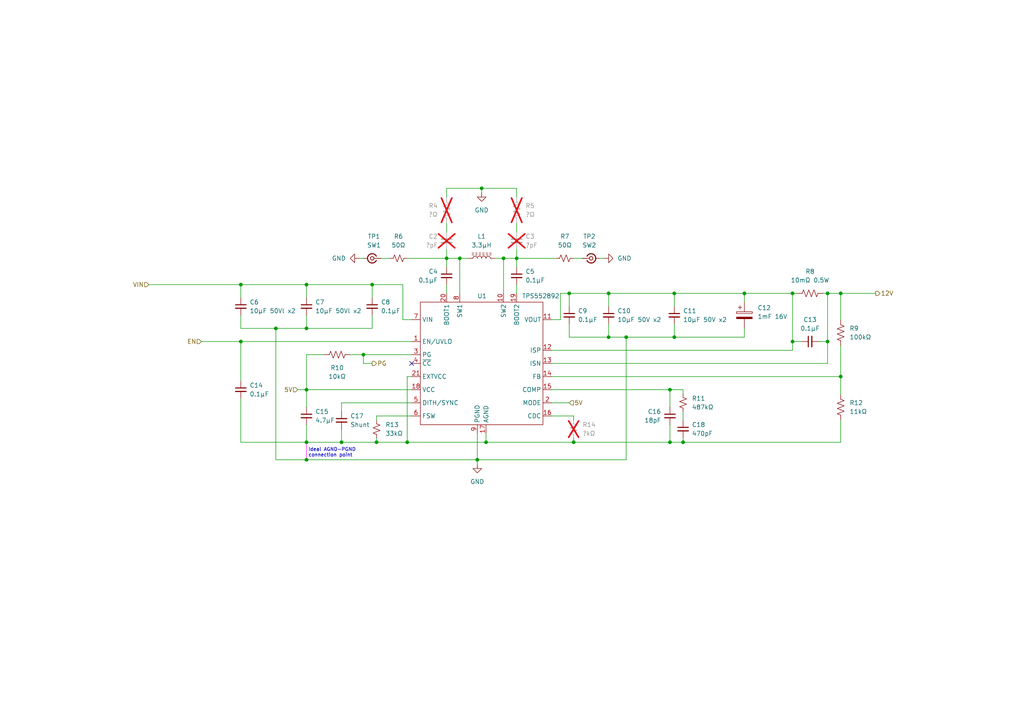
<source format=kicad_sch>
(kicad_sch (version 20231120) (generator "eeschema") (generator_version "8.0")
  (paper "A4")
  (lib_symbols
    (symbol "BW_Active:TPS552892"
      (property "Reference" "U" (at 0 19.304 0))
      (property "Value" "TPS552892" (at 17.272 19.304 0))
      (symbol "TPS552892_0_0"
        (pin input line (at -20.32 6.35 0) (length 2.54) (name "EN/UVLO") (number "1"))
        (pin passive line (at 6.35 20.32 270) (length 2.54) (name "SW2") (number "10"))
        (pin power_out line (at 20.32 12.7 180) (length 2.54) (name "VOUT") (number "11"))
        (pin input line (at 20.32 3.81 180) (length 2.54) (name "ISP") (number "12"))
        (pin input line (at 20.32 0 180) (length 2.54) (name "ISN") (number "13"))
        (pin input line (at 20.32 -3.81 180) (length 2.54) (name "FB") (number "14"))
        (pin output line (at 20.32 -7.62 180) (length 2.54) (name "COMP") (number "15"))
        (pin output line (at 20.32 -15.24 180) (length 2.54) (name "CDC") (number "16"))
        (pin passive line (at 1.27 -20.32 90) (length 2.54) (name "AGND") (number "17"))
        (pin output line (at -20.32 -7.62 0) (length 2.54) (name "VCC") (number "18"))
        (pin passive line (at 10.16 20.32 270) (length 2.54) (name "BOOT2") (number "19"))
        (pin input line (at 20.32 -11.43 180) (length 2.54) (name "MODE") (number "2"))
        (pin passive line (at -10.16 20.32 270) (length 2.54) (name "BOOT1") (number "20"))
        (pin input line (at -20.32 -3.81 0) (length 2.54) (name "EXTVCC") (number "21"))
        (pin open_collector line (at -20.32 2.54 0) (length 2.54) (name "PG") (number "3"))
        (pin open_collector line (at -20.32 0 0) (length 2.54) (name "~{CC}") (number "4"))
        (pin passive line (at -20.32 -11.43 0) (length 2.54) (name "DITH/SYNC") (number "5"))
        (pin input line (at -20.32 -15.24 0) (length 2.54) (name "FSW") (number "6"))
        (pin power_in line (at -20.32 12.7 0) (length 2.54) (name "VIN") (number "7"))
        (pin passive line (at -6.35 20.32 270) (length 2.54) (name "SW1") (number "8"))
        (pin power_in line (at -1.27 -20.32 90) (length 2.54) (name "PGND") (number "9"))
      )
      (symbol "TPS552892_0_1"
        (rectangle (start -17.78 17.78) (end 17.78 -17.78))
      )
    )
    (symbol "Connector:Conn_Coaxial_Small" (pin_numbers hide) (pin_names (offset 1.016) hide)
      (property "Reference" "J" (at 0.254 3.048 0))
      (property "Value" "Conn_Coaxial_Small" (at 0 -3.81 0))
      (symbol "Conn_Coaxial_Small_0_1"
        (polyline (pts (xy -2.54 0) (xy -0.508 0)))
        (circle (center 0 0) (radius 0.508) (stroke (width 0.2032)))
      )
      (symbol "Conn_Coaxial_Small_1_1"
        (arc (start -1.1916 -0.6311) (mid 0.327 -1.3081) (end 1.3484 0.0039) (stroke (width 0.3048)))
        (arc (start 1.3484 -0.0039) (mid 0.327 1.3081) (end -1.1916 0.6311) (stroke (width 0.3048)))
        (pin passive line (at -2.54 0 0) (length 1.27) (name "In") (number "1"))
        (pin passive line (at 2.54 0 180) (length 1.27) (name "Ext") (number "2"))
      )
    )
    (symbol "Device:C_Polarized" (pin_numbers hide) (pin_names (offset 0.254))
      (property "Reference" "C" (at 0.635 2.54 0))
      (property "Value" "C_Polarized" (at 0.635 -2.54 0))
      (symbol "C_Polarized_0_1"
        (rectangle (start -2.286 0.508) (end 2.286 1.016))
        (polyline (pts (xy -1.778 2.286) (xy -0.762 2.286)))
        (polyline (pts (xy -1.27 2.794) (xy -1.27 1.778)))
        (rectangle (start 2.286 -0.508) (end -2.286 -1.016) (fill (type outline)))
      )
      (symbol "C_Polarized_1_1"
        (pin passive line (at 0 3.81 270) (length 2.794) (name "~") (number "1"))
        (pin passive line (at 0 -3.81 90) (length 2.794) (name "~") (number "2"))
      )
    )
    (symbol "Device:C_Small" (pin_numbers hide) (pin_names (offset 0.254) hide)
      (property "Reference" "C" (at 0.254 1.778 0))
      (property "Value" "C_Small" (at 0.254 -2.032 0))
      (symbol "C_Small_0_1"
        (polyline (pts (xy -1.524 -0.508) (xy 1.524 -0.508)) (stroke (width 0.3302)))
        (polyline (pts (xy -1.524 0.508) (xy 1.524 0.508)) (stroke (width 0.3048)))
      )
      (symbol "C_Small_1_1"
        (pin passive line (at 0 2.54 270) (length 2.032) (name "~") (number "1"))
        (pin passive line (at 0 -2.54 90) (length 2.032) (name "~") (number "2"))
      )
    )
    (symbol "Device:L_Ferrite" (pin_numbers hide) (pin_names (offset 1.016) hide)
      (property "Reference" "L" (at -1.27 0 90))
      (property "Value" "L_Ferrite" (at 2.794 0 90))
      (symbol "L_Ferrite_0_1"
        (arc (start 0 -2.54) (mid 0.6323 -1.905) (end 0 -1.27))
        (arc (start 0 -1.27) (mid 0.6323 -0.635) (end 0 0))
        (polyline (pts (xy 1.016 -2.794) (xy 1.016 -2.286)))
        (polyline (pts (xy 1.016 -1.778) (xy 1.016 -1.27)))
        (polyline (pts (xy 1.016 -0.762) (xy 1.016 -0.254)))
        (polyline (pts (xy 1.016 0.254) (xy 1.016 0.762)))
        (polyline (pts (xy 1.016 1.27) (xy 1.016 1.778)))
        (polyline (pts (xy 1.016 2.286) (xy 1.016 2.794)))
        (polyline (pts (xy 1.524 -2.286) (xy 1.524 -2.794)))
        (polyline (pts (xy 1.524 -1.27) (xy 1.524 -1.778)))
        (polyline (pts (xy 1.524 -0.254) (xy 1.524 -0.762)))
        (polyline (pts (xy 1.524 0.762) (xy 1.524 0.254)))
        (polyline (pts (xy 1.524 1.778) (xy 1.524 1.27)))
        (polyline (pts (xy 1.524 2.794) (xy 1.524 2.286)))
        (arc (start 0 0) (mid 0.6323 0.635) (end 0 1.27))
        (arc (start 0 1.27) (mid 0.6323 1.905) (end 0 2.54))
      )
      (symbol "L_Ferrite_1_1"
        (pin passive line (at 0 3.81 270) (length 1.27) (name "1") (number "1"))
        (pin passive line (at 0 -3.81 90) (length 1.27) (name "2") (number "2"))
      )
    )
    (symbol "Device:R_Small_US" (pin_numbers hide) (pin_names (offset 0.254) hide)
      (property "Reference" "R" (at 0.762 0.508 0))
      (property "Value" "R_Small_US" (at 0.762 -1.016 0))
      (symbol "R_Small_US_1_1"
        (polyline (pts (xy 0 0) (xy 1.016 -0.381) (xy 0 -0.762) (xy -1.016 -1.143) (xy 0 -1.524)))
        (polyline (pts (xy 0 1.524) (xy 1.016 1.143) (xy 0 0.762) (xy -1.016 0.381) (xy 0 0)))
        (pin passive line (at 0 2.54 270) (length 1.016) (name "~") (number "1"))
        (pin passive line (at 0 -2.54 90) (length 1.016) (name "~") (number "2"))
      )
    )
    (symbol "Device:R_US" (pin_numbers hide) (pin_names (offset 0))
      (property "Reference" "R" (at 2.54 0 90))
      (property "Value" "R_US" (at -2.54 0 90))
      (symbol "R_US_0_1"
        (polyline (pts (xy 0 -2.286) (xy 0 -2.54)))
        (polyline (pts (xy 0 2.286) (xy 0 2.54)))
        (polyline (pts (xy 0 -0.762) (xy 1.016 -1.143) (xy 0 -1.524) (xy -1.016 -1.905) (xy 0 -2.286)))
        (polyline (pts (xy 0 0.762) (xy 1.016 0.381) (xy 0 0) (xy -1.016 -0.381) (xy 0 -0.762)))
        (polyline (pts (xy 0 2.286) (xy 1.016 1.905) (xy 0 1.524) (xy -1.016 1.143) (xy 0 0.762)))
      )
      (symbol "R_US_1_1"
        (pin passive line (at 0 3.81 270) (length 1.27) (name "~") (number "1"))
        (pin passive line (at 0 -3.81 90) (length 1.27) (name "~") (number "2"))
      )
    )
    (symbol "power:GND" (power) (pin_numbers hide) (pin_names (offset 0) hide)
      (property "Value" "GND" (at 0 -3.81 0))
      (symbol "GND_0_1"
        (polyline (pts (xy 0 0) (xy 0 -1.27) (xy 1.27 -1.27) (xy 0 -2.54) (xy -1.27 -1.27) (xy 0 -1.27)))
      )
      (symbol "GND_1_1"
        (pin power_in line (at 0 0 270) (length 0) (name "~") (number "1"))
      )
    )
  )
  (junction (at 80.01 95.25))
  (junction (at 146.05 74.93))
  (junction (at 129.54 74.93))
  (junction (at 195.58 97.79))
  (junction (at 118.11 128.27))
  (junction (at 107.95 82.55))
  (junction (at 240.03 85.09))
  (junction (at 69.85 82.55))
  (junction (at 88.9 82.55))
  (junction (at 105.41 102.87))
  (junction (at 138.43 133.35))
  (junction (at 194.31 128.27))
  (junction (at 215.9 85.09))
  (junction (at 140.97 128.27))
  (junction (at 229.87 85.09))
  (junction (at 139.7 54.61))
  (junction (at 176.53 85.09))
  (junction (at 99.06 128.27))
  (junction (at 195.58 85.09))
  (junction (at 243.84 109.22))
  (junction (at 88.9 95.25))
  (junction (at 88.9 128.27))
  (junction (at 149.86 74.93))
  (junction (at 165.1 85.09))
  (junction (at 109.22 128.27))
  (junction (at 240.03 99.06))
  (junction (at 88.9 113.03))
  (junction (at 198.12 128.27))
  (junction (at 166.37 128.27))
  (junction (at 181.61 97.79))
  (junction (at 243.84 85.09))
  (junction (at 176.53 97.79))
  (junction (at 194.31 113.03))
  (junction (at 69.85 99.06))
  (junction (at 229.87 99.06))
  (junction (at 88.9 133.35))
  (junction (at 133.35 74.93))
  (no_connect (at 119.38 105.41))
  (wire (pts (xy 88.9 82.55) (xy 88.9 86.36)))
  (wire (pts (xy 215.9 95.25) (xy 215.9 97.79)))
  (wire (pts (xy 88.9 128.27) (xy 88.9 133.35)) (stroke (width 0) (color 255 0 255 1)))
  (wire (pts (xy 88.9 118.11) (xy 88.9 113.03)))
  (wire (pts (xy 58.42 99.06) (xy 69.85 99.06)))
  (wire (pts (xy 107.95 105.41) (xy 105.41 105.41)))
  (wire (pts (xy 140.97 128.27) (xy 166.37 128.27)))
  (wire (pts (xy 160.02 101.6) (xy 229.87 101.6)))
  (wire (pts (xy 88.9 95.25) (xy 80.01 95.25)))
  (wire (pts (xy 198.12 119.38) (xy 198.12 121.92)))
  (wire (pts (xy 129.54 72.39) (xy 129.54 74.93)))
  (wire (pts (xy 162.56 92.71) (xy 160.02 92.71)))
  (wire (pts (xy 243.84 85.09) (xy 254 85.09)))
  (wire (pts (xy 116.84 92.71) (xy 119.38 92.71)))
  (wire (pts (xy 99.06 128.27) (xy 109.22 128.27)))
  (wire (pts (xy 69.85 91.44) (xy 69.85 95.25)))
  (wire (pts (xy 109.22 127) (xy 109.22 128.27)))
  (wire (pts (xy 138.43 133.35) (xy 181.61 133.35)))
  (wire (pts (xy 176.53 93.98) (xy 176.53 97.79)))
  (wire (pts (xy 133.35 74.93) (xy 135.89 74.93)))
  (wire (pts (xy 109.22 121.92) (xy 109.22 120.65)))
  (wire (pts (xy 166.37 74.93) (xy 168.91 74.93)))
  (wire (pts (xy 119.38 109.22) (xy 118.11 109.22)))
  (wire (pts (xy 149.86 74.93) (xy 161.29 74.93)))
  (wire (pts (xy 173.99 74.93) (xy 175.26 74.93)))
  (wire (pts (xy 195.58 85.09) (xy 195.58 88.9)))
  (wire (pts (xy 129.54 82.55) (xy 129.54 85.09)))
  (wire (pts (xy 165.1 85.09) (xy 165.1 88.9)))
  (wire (pts (xy 101.6 102.87) (xy 105.41 102.87)))
  (wire (pts (xy 80.01 95.25) (xy 80.01 133.35)))
  (wire (pts (xy 149.86 64.77) (xy 149.86 67.31)))
  (wire (pts (xy 198.12 127) (xy 198.12 128.27)))
  (wire (pts (xy 176.53 97.79) (xy 165.1 97.79)))
  (wire (pts (xy 43.18 82.55) (xy 69.85 82.55)))
  (wire (pts (xy 166.37 121.92) (xy 166.37 120.65)))
  (wire (pts (xy 129.54 77.47) (xy 129.54 74.93)))
  (wire (pts (xy 80.01 133.35) (xy 88.9 133.35)))
  (wire (pts (xy 93.98 102.87) (xy 88.9 102.87)))
  (wire (pts (xy 88.9 123.19) (xy 88.9 128.27)))
  (wire (pts (xy 107.95 82.55) (xy 116.84 82.55)))
  (wire (pts (xy 116.84 82.55) (xy 116.84 92.71)))
  (wire (pts (xy 215.9 85.09) (xy 229.87 85.09)))
  (wire (pts (xy 69.85 95.25) (xy 80.01 95.25)))
  (wire (pts (xy 198.12 128.27) (xy 243.84 128.27)))
  (wire (pts (xy 129.54 74.93) (xy 133.35 74.93)))
  (wire (pts (xy 181.61 97.79) (xy 176.53 97.79)))
  (wire (pts (xy 160.02 116.84) (xy 165.1 116.84)))
  (wire (pts (xy 195.58 93.98) (xy 195.58 97.79)))
  (wire (pts (xy 243.84 128.27) (xy 243.84 121.92)))
  (wire (pts (xy 181.61 133.35) (xy 181.61 97.79)))
  (wire (pts (xy 118.11 109.22) (xy 118.11 128.27)))
  (wire (pts (xy 143.51 74.93) (xy 146.05 74.93)))
  (wire (pts (xy 109.22 128.27) (xy 118.11 128.27)))
  (wire (pts (xy 69.85 82.55) (xy 69.85 86.36)))
  (wire (pts (xy 165.1 85.09) (xy 176.53 85.09)))
  (wire (pts (xy 133.35 74.93) (xy 133.35 85.09)))
  (wire (pts (xy 99.06 124.46) (xy 99.06 128.27)))
  (wire (pts (xy 88.9 133.35) (xy 138.43 133.35)))
  (wire (pts (xy 166.37 127) (xy 166.37 128.27)))
  (wire (pts (xy 194.31 123.19) (xy 194.31 128.27)))
  (wire (pts (xy 129.54 64.77) (xy 129.54 67.31)))
  (wire (pts (xy 176.53 85.09) (xy 176.53 88.9)))
  (wire (pts (xy 129.54 57.15) (xy 129.54 54.61)))
  (wire (pts (xy 160.02 113.03) (xy 194.31 113.03)))
  (wire (pts (xy 243.84 100.33) (xy 243.84 109.22)))
  (wire (pts (xy 88.9 128.27) (xy 99.06 128.27)))
  (wire (pts (xy 69.85 99.06) (xy 119.38 99.06)))
  (wire (pts (xy 237.49 99.06) (xy 240.03 99.06)))
  (wire (pts (xy 229.87 99.06) (xy 232.41 99.06)))
  (wire (pts (xy 138.43 133.35) (xy 138.43 134.62)))
  (wire (pts (xy 139.7 54.61) (xy 149.86 54.61)))
  (wire (pts (xy 149.86 54.61) (xy 149.86 57.15)))
  (wire (pts (xy 88.9 102.87) (xy 88.9 113.03)))
  (wire (pts (xy 198.12 113.03) (xy 198.12 114.3)))
  (wire (pts (xy 138.43 125.73) (xy 138.43 133.35)))
  (wire (pts (xy 176.53 85.09) (xy 195.58 85.09)))
  (wire (pts (xy 69.85 99.06) (xy 69.85 110.49)))
  (wire (pts (xy 88.9 91.44) (xy 88.9 95.25)))
  (wire (pts (xy 139.7 54.61) (xy 139.7 55.88)))
  (wire (pts (xy 160.02 105.41) (xy 240.03 105.41)))
  (wire (pts (xy 194.31 113.03) (xy 194.31 118.11)))
  (wire (pts (xy 107.95 82.55) (xy 107.95 86.36)))
  (wire (pts (xy 88.9 82.55) (xy 107.95 82.55)))
  (wire (pts (xy 88.9 95.25) (xy 107.95 95.25)))
  (wire (pts (xy 229.87 99.06) (xy 229.87 101.6)))
  (wire (pts (xy 146.05 74.93) (xy 146.05 85.09)))
  (wire (pts (xy 118.11 74.93) (xy 129.54 74.93)))
  (wire (pts (xy 118.11 128.27) (xy 140.97 128.27)))
  (wire (pts (xy 165.1 97.79) (xy 165.1 93.98)))
  (wire (pts (xy 69.85 128.27) (xy 88.9 128.27)))
  (wire (pts (xy 231.14 85.09) (xy 229.87 85.09)))
  (wire (pts (xy 119.38 116.84) (xy 99.06 116.84)))
  (wire (pts (xy 160.02 109.22) (xy 243.84 109.22)))
  (wire (pts (xy 166.37 120.65) (xy 160.02 120.65)))
  (wire (pts (xy 109.22 120.65) (xy 119.38 120.65)))
  (wire (pts (xy 86.36 113.03) (xy 88.9 113.03)))
  (wire (pts (xy 215.9 85.09) (xy 215.9 87.63)))
  (wire (pts (xy 140.97 125.73) (xy 140.97 128.27)))
  (wire (pts (xy 88.9 113.03) (xy 119.38 113.03)))
  (wire (pts (xy 162.56 85.09) (xy 162.56 92.71)))
  (wire (pts (xy 104.14 74.93) (xy 105.41 74.93)))
  (wire (pts (xy 129.54 54.61) (xy 139.7 54.61)))
  (wire (pts (xy 113.03 74.93) (xy 110.49 74.93)))
  (wire (pts (xy 105.41 102.87) (xy 119.38 102.87)))
  (wire (pts (xy 240.03 85.09) (xy 238.76 85.09)))
  (wire (pts (xy 149.86 74.93) (xy 149.86 77.47)))
  (wire (pts (xy 149.86 72.39) (xy 149.86 74.93)))
  (wire (pts (xy 195.58 97.79) (xy 181.61 97.79)))
  (wire (pts (xy 243.84 85.09) (xy 240.03 85.09)))
  (wire (pts (xy 162.56 85.09) (xy 165.1 85.09)))
  (wire (pts (xy 107.95 91.44) (xy 107.95 95.25)))
  (wire (pts (xy 229.87 85.09) (xy 229.87 99.06)))
  (wire (pts (xy 69.85 115.57) (xy 69.85 128.27)))
  (wire (pts (xy 146.05 74.93) (xy 149.86 74.93)))
  (wire (pts (xy 166.37 128.27) (xy 194.31 128.27)))
  (wire (pts (xy 194.31 113.03) (xy 198.12 113.03)))
  (wire (pts (xy 243.84 109.22) (xy 243.84 114.3)))
  (wire (pts (xy 69.85 82.55) (xy 88.9 82.55)))
  (wire (pts (xy 105.41 105.41) (xy 105.41 102.87)))
  (wire (pts (xy 149.86 82.55) (xy 149.86 85.09)))
  (wire (pts (xy 240.03 105.41) (xy 240.03 99.06)))
  (wire (pts (xy 240.03 99.06) (xy 240.03 85.09)))
  (wire (pts (xy 99.06 116.84) (xy 99.06 119.38)))
  (wire (pts (xy 198.12 128.27) (xy 194.31 128.27)))
  (wire (pts (xy 215.9 97.79) (xy 195.58 97.79)))
  (wire (pts (xy 195.58 85.09) (xy 215.9 85.09)))
  (wire (pts (xy 243.84 85.09) (xy 243.84 92.71)))
  (text "Ideal AGND-PGND\nconnection point" (at 89.408 131.318 0) (effects (font (size 1 1)) (justify left)))
  (hierarchical_label "EN" (shape input) (at 58.42 99.06 180))
  (hierarchical_label "VIN" (shape input) (at 43.18 82.55 180))
  (hierarchical_label "12V" (shape output) (at 254 85.09 0))
  (hierarchical_label "5V" (shape input) (at 86.36 113.03 180))
  (hierarchical_label "PG" (shape output) (at 107.95 105.41 0))
  (hierarchical_label "5V" (shape input) (at 165.1 116.84 0))
  (symbol (lib_id "power:GND") (at 138.43 134.62 0) (unit 1)
    (property "Reference" "#PWR011" (effects (hide yes)))
    (property "Value" "GND" (at 138.43 139.7 0))
    (property "Description" "Power symbol creates a global label with name \"GND\" , ground" (effects (hide yes)))
  )
  (symbol (lib_id "Device:C_Small") (at 69.85 88.9 0) (unit 1)
    (property "Reference" "C6" (at 72.39 87.6362 0) (effects (justify left)))
    (property "Value" "10µF 50Vl x2" (at 72.39 90.1762 0) (effects (justify left)))
    (property "Footprint" "Capacitor_SMD:C_1210_3225Metric" (effects (hide yes)))
    (property "Description" "Unpolarized capacitor, small symbol" (effects (hide yes)))
  )
  (symbol (lib_id "power:GND") (at 139.7 55.88 0) (unit 1)
    (property "Reference" "#PWR08" (effects (hide yes)))
    (property "Value" "GND" (at 139.7 60.96 0))
    (property "Description" "Power symbol creates a global label with name \"GND\" , ground" (effects (hide yes)))
  )
  (symbol (lib_id "Device:R_Small_US") (at 163.83 74.93 90) (unit 1)
    (property "Reference" "R7" (at 163.83 68.58 90))
    (property "Value" "50Ω" (at 163.83 71.12 90))
    (property "Footprint" "Resistor_SMD:R_0603_1608Metric" (effects (hide yes)))
    (property "Description" "Resistor, small US symbol" (effects (hide yes)))
  )
  (symbol (lib_id "Device:C_Small") (at 149.86 80.01 0) (unit 1)
    (property "Reference" "C5" (at 152.4 78.7462 0) (effects (justify left)))
    (property "Value" "0.1µF" (at 152.4 81.2862 0) (effects (justify left)))
    (property "Footprint" "Capacitor_SMD:C_0603_1608Metric" (effects (hide yes)))
    (property "Description" "Unpolarized capacitor, small symbol" (effects (hide yes)))
  )
  (symbol (lib_id "BW_Active:TPS552892") (at 139.7 105.41 0) (unit 1)
    (property "Reference" "U1" (at 138.43 85.852 0) (effects (justify left)))
    (property "Value" "TPS552892" (at 151.384 85.852 0) (effects (justify left)))
    (property "Footprint" "BW_Active:TI_VQFN-HR-21" (effects (hide yes)))
    (property "Datasheet" "https://www.ti.com/lit/ds/symlink/tps552892.pdf" (effects (hide yes)))
    (property "Description" "36V 8A integrated-transistor buck-boost controller" (effects (hide yes)))
  )
  (symbol (lib_id "Device:R_Small_US") (at 198.12 116.84 0) (unit 1)
    (property "Reference" "R11" (at 200.66 115.5699 0) (effects (justify left)))
    (property "Value" "487kΩ" (at 200.66 118.1099 0) (effects (justify left)))
    (property "Footprint" "Resistor_SMD:R_0603_1608Metric" (effects (hide yes)))
    (property "Description" "Resistor, small US symbol" (effects (hide yes)))
  )
  (symbol (lib_id "power:GND") (at 175.26 74.93 90) (unit 1)
    (property "Reference" "#PWR010" (effects (hide yes)))
    (property "Value" "GND" (at 179.07 74.9299 90) (effects (justify right)))
    (property "Description" "Power symbol creates a global label with name \"GND\" , ground" (effects (hide yes)))
  )
  (symbol (lib_id "Device:R_Small_US") (at 115.57 74.93 270) (unit 1)
    (property "Reference" "R6" (at 115.57 68.58 90))
    (property "Value" "50Ω" (at 115.57 71.12 90))
    (property "Footprint" "Resistor_SMD:R_0603_1608Metric" (effects (hide yes)))
    (property "Description" "Resistor, small US symbol" (effects (hide yes)))
  )
  (symbol (lib_id "Device:C_Small") (at 149.86 69.85 0) (unit 1) (dnp yes)
    (property "Reference" "C3" (at 152.4 68.5862 0) (effects (justify left)))
    (property "Value" "?pF" (at 152.4 71.1262 0) (effects (justify left)))
    (property "Footprint" "Capacitor_SMD:C_0603_1608Metric" (effects (hide yes)))
    (property "Description" "Unpolarized capacitor, small symbol" (effects (hide yes)))
  )
  (symbol (lib_id "Device:R_US") (at 129.54 60.96 0) (unit 1) (dnp yes)
    (property "Reference" "R4" (at 127 59.6899 0) (effects (justify right)))
    (property "Value" "?Ω" (at 127 62.2299 0) (effects (justify right)))
    (property "Footprint" "Resistor_SMD:R_1206_3216Metric" (effects (hide yes)))
    (property "Description" "Resistor, US symbol" (effects (hide yes)))
  )
  (symbol (lib_id "Device:C_Small") (at 99.06 121.92 0) (unit 1)
    (property "Reference" "C17" (at 101.6 120.6562 0) (effects (justify left)))
    (property "Value" "Shunt" (at 101.6 123.1962 0) (effects (justify left)))
    (property "Footprint" "Capacitor_SMD:C_0603_1608Metric" (effects (hide yes)))
    (property "Description" "Unpolarized capacitor, small symbol" (effects (hide yes)))
  )
  (symbol (lib_id "Device:C_Small") (at 234.95 99.06 90) (unit 1)
    (property "Reference" "C13" (at 234.9563 92.71 90))
    (property "Value" "0.1µF" (at 234.9563 95.25 90))
    (property "Footprint" "Capacitor_SMD:C_0603_1608Metric" (effects (hide yes)))
    (property "Description" "Unpolarized capacitor, small symbol" (effects (hide yes)))
  )
  (symbol (lib_id "Device:L_Ferrite") (at 139.7 74.93 90) (unit 1)
    (property "Reference" "L1" (at 139.7 68.58 90))
    (property "Value" "3.3µH" (at 139.7 71.12 90))
    (property "Footprint" "Inductor_SMD:L_Vishay_IHLP-2525" (effects (hide yes)))
    (property "Description" "Inductor with ferrite core" (effects (hide yes)))
  )
  (symbol (lib_id "Device:C_Small") (at 88.9 120.65 0) (unit 1)
    (property "Reference" "C15" (at 91.44 119.3862 0) (effects (justify left)))
    (property "Value" "4.7µF" (at 91.44 121.9262 0) (effects (justify left)))
    (property "Footprint" "Capacitor_SMD:C_0603_1608Metric" (effects (hide yes)))
    (property "Description" "Unpolarized capacitor, small symbol" (effects (hide yes)))
  )
  (symbol (lib_id "Device:R_US") (at 97.79 102.87 90) (unit 1)
    (property "Reference" "R10" (at 97.79 106.68 90))
    (property "Value" "10kΩ" (at 97.79 109.22 90))
    (property "Footprint" "Resistor_SMD:R_0603_1608Metric" (effects (hide yes)))
    (property "Description" "Resistor, US symbol" (effects (hide yes)))
  )
  (symbol (lib_id "Device:C_Small") (at 69.85 113.03 0) (unit 1)
    (property "Reference" "C14" (at 72.39 111.7662 0) (effects (justify left)))
    (property "Value" "0.1µF" (at 72.39 114.3062 0) (effects (justify left)))
    (property "Footprint" "Capacitor_SMD:C_0603_1608Metric" (effects (hide yes)))
    (property "Description" "Unpolarized capacitor, small symbol" (effects (hide yes)))
  )
  (symbol (lib_id "Device:C_Small") (at 107.95 88.9 0) (unit 1)
    (property "Reference" "C8" (at 110.49 87.6362 0) (effects (justify left)))
    (property "Value" "0.1µF" (at 110.49 90.1762 0) (effects (justify left)))
    (property "Footprint" "Capacitor_SMD:C_0603_1608Metric" (effects (hide yes)))
    (property "Description" "Unpolarized capacitor, small symbol" (effects (hide yes)))
  )
  (symbol (lib_id "Device:C_Small") (at 165.1 91.44 0) (unit 1)
    (property "Reference" "C9" (at 167.64 90.1762 0) (effects (justify left)))
    (property "Value" "0.1µF" (at 167.64 92.7162 0) (effects (justify left)))
    (property "Footprint" "Capacitor_SMD:C_0603_1608Metric" (effects (hide yes)))
    (property "Description" "Unpolarized capacitor, small symbol" (effects (hide yes)))
  )
  (symbol (lib_id "Device:C_Polarized") (at 215.9 91.44 0) (unit 1)
    (property "Reference" "C12" (at 219.71 89.2809 0) (effects (justify left)))
    (property "Value" "1mF 16V" (at 219.71 91.8209 0) (effects (justify left)))
    (property "Footprint" "Capacitor_THT:CP_Radial_D8.0mm_P3.50mm" (effects (hide yes)))
    (property "Description" "Polarized capacitor" (effects (hide yes)))
  )
  (symbol (lib_id "Device:C_Small") (at 88.9 88.9 0) (unit 1)
    (property "Reference" "C7" (at 91.44 87.6362 0) (effects (justify left)))
    (property "Value" "10µF 50Vl x2" (at 91.44 90.1762 0) (effects (justify left)))
    (property "Footprint" "Capacitor_SMD:C_1210_3225Metric" (effects (hide yes)))
    (property "Description" "Unpolarized capacitor, small symbol" (effects (hide yes)))
  )
  (symbol (lib_id "Device:R_US") (at 149.86 60.96 0) (unit 1) (dnp yes)
    (property "Reference" "R5" (at 152.4 59.6899 0) (effects (justify left)))
    (property "Value" "?Ω" (at 152.4 62.2299 0) (effects (justify left)))
    (property "Footprint" "Resistor_SMD:R_1206_3216Metric" (effects (hide yes)))
    (property "Description" "Resistor, US symbol" (effects (hide yes)))
  )
  (symbol (lib_id "Device:C_Small") (at 194.31 120.65 0) (unit 1)
    (property "Reference" "C16" (at 191.77 119.3862 0) (effects (justify right)))
    (property "Value" "18pF" (at 191.77 121.9262 0) (effects (justify right)))
    (property "Footprint" "Capacitor_SMD:C_0603_1608Metric" (effects (hide yes)))
    (property "Description" "Unpolarized capacitor, small symbol" (effects (hide yes)))
  )
  (symbol (lib_id "Device:R_US") (at 243.84 118.11 0) (unit 1)
    (property "Reference" "R12" (at 246.38 116.8399 0) (effects (justify left)))
    (property "Value" "11kΩ" (at 246.38 119.3799 0) (effects (justify left)))
    (property "Footprint" "Resistor_SMD:R_0603_1608Metric" (effects (hide yes)))
    (property "Description" "Resistor, US symbol" (effects (hide yes)))
  )
  (symbol (lib_id "Connector:Conn_Coaxial_Small") (at 171.45 74.93 0) (unit 1)
    (property "Reference" "TP2" (at 170.9304 68.58 0))
    (property "Value" "SW2" (at 170.9304 71.12 0))
    (property "Footprint" "Connector_Coaxial:U.FL_Molex_MCRF_73412-0110_Vertical" (effects (hide yes)))
    (property "Description" "small coaxial connector (BNC, SMA, SMB, SMC, Cinch/RCA, LEMO, ...)" (effects (hide yes)))
  )
  (symbol (lib_id "power:GND") (at 104.14 74.93 270) (unit 1)
    (property "Reference" "#PWR09" (effects (hide yes)))
    (property "Value" "GND" (at 100.33 74.9299 90) (effects (justify right)))
    (property "Description" "Power symbol creates a global label with name \"GND\" , ground" (effects (hide yes)))
  )
  (symbol (lib_id "Device:R_Small_US") (at 109.22 124.46 0) (unit 1)
    (property "Reference" "R13" (at 111.76 123.1899 0) (effects (justify left)))
    (property "Value" "33kΩ" (at 111.76 125.7299 0) (effects (justify left)))
    (property "Footprint" "Resistor_SMD:R_0603_1608Metric" (effects (hide yes)))
    (property "Description" "Resistor, small US symbol" (effects (hide yes)))
  )
  (symbol (lib_id "Device:C_Small") (at 195.58 91.44 0) (unit 1)
    (property "Reference" "C11" (at 198.12 90.1762 0) (effects (justify left)))
    (property "Value" "10µF 50V x2" (at 198.12 92.7162 0) (effects (justify left)))
    (property "Footprint" "Capacitor_SMD:C_1206_3216Metric" (effects (hide yes)))
    (property "Description" "Unpolarized capacitor, small symbol" (effects (hide yes)))
  )
  (symbol (lib_id "Device:R_US") (at 243.84 96.52 0) (unit 1)
    (property "Reference" "R9" (at 246.38 95.2499 0) (effects (justify left)))
    (property "Value" "100kΩ" (at 246.38 97.7899 0) (effects (justify left)))
    (property "Footprint" "Resistor_SMD:R_0603_1608Metric" (effects (hide yes)))
    (property "Description" "Resistor, US symbol" (effects (hide yes)))
  )
  (symbol (lib_id "Device:R_Small_US") (at 166.37 124.46 0) (unit 1) (dnp yes)
    (property "Reference" "R14" (at 168.91 123.1899 0) (effects (justify left)))
    (property "Value" "?kΩ" (at 168.91 125.7299 0) (effects (justify left)))
    (property "Footprint" "Resistor_SMD:R_0603_1608Metric" (effects (hide yes)))
    (property "Description" "Resistor, small US symbol" (effects (hide yes)))
  )
  (symbol (lib_id "Device:C_Small") (at 176.53 91.44 0) (unit 1)
    (property "Reference" "C10" (at 179.07 90.1762 0) (effects (justify left)))
    (property "Value" "10µF 50V x2" (at 179.07 92.7162 0) (effects (justify left)))
    (property "Footprint" "Capacitor_SMD:C_1206_3216Metric" (effects (hide yes)))
    (property "Description" "Unpolarized capacitor, small symbol" (effects (hide yes)))
  )
  (symbol (lib_id "Connector:Conn_Coaxial_Small") (at 107.95 74.93 180) (unit 1)
    (property "Reference" "TP1" (at 108.4695 68.58 0))
    (property "Value" "SW1" (at 108.4695 71.12 0))
    (property "Footprint" "Connector_Coaxial:U.FL_Molex_MCRF_73412-0110_Vertical" (effects (hide yes)))
    (property "Description" "small coaxial connector (BNC, SMA, SMB, SMC, Cinch/RCA, LEMO, ...)" (effects (hide yes)))
  )
  (symbol (lib_id "Device:C_Small") (at 198.12 124.46 0) (unit 1)
    (property "Reference" "C18" (at 200.66 123.1962 0) (effects (justify left)))
    (property "Value" "470pF" (at 200.66 125.7362 0) (effects (justify left)))
    (property "Footprint" "Capacitor_SMD:C_0603_1608Metric" (effects (hide yes)))
    (property "Description" "Unpolarized capacitor, small symbol" (effects (hide yes)))
  )
  (symbol (lib_id "Device:C_Small") (at 129.54 69.85 0) (unit 1) (dnp yes)
    (property "Reference" "C2" (at 127 68.5862 0) (effects (justify right)))
    (property "Value" "?pF" (at 127 71.1262 0) (effects (justify right)))
    (property "Footprint" "Capacitor_SMD:C_0603_1608Metric" (effects (hide yes)))
    (property "Description" "Unpolarized capacitor, small symbol" (effects (hide yes)))
  )
  (symbol (lib_id "Device:C_Small") (at 129.54 80.01 0) (unit 1)
    (property "Reference" "C4" (at 127 78.7462 0) (effects (justify right)))
    (property "Value" "0.1µF" (at 127 81.2862 0) (effects (justify right)))
    (property "Footprint" "Capacitor_SMD:C_0603_1608Metric" (effects (hide yes)))
    (property "Description" "Unpolarized capacitor, small symbol" (effects (hide yes)))
  )
  (symbol (lib_id "Device:R_US") (at 234.95 85.09 90) (unit 1)
    (property "Reference" "R8" (at 234.95 78.74 90))
    (property "Value" "10mΩ 0.5W" (at 234.95 81.28 90))
    (property "Footprint" "Resistor_SMD:R_0805_2012Metric" (effects (hide yes)))
    (property "Description" "Resistor, US symbol" (effects (hide yes)))
  )
)
</source>
